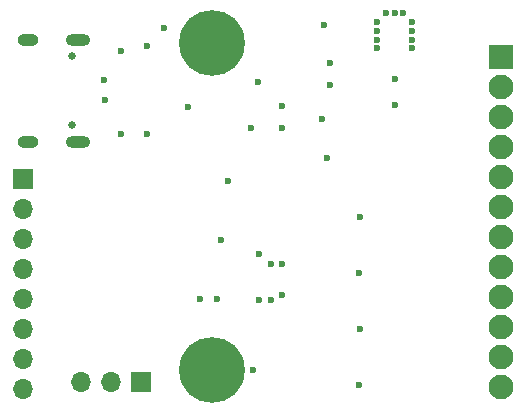
<source format=gbr>
%TF.GenerationSoftware,KiCad,Pcbnew,8.0.5*%
%TF.CreationDate,2024-10-20T23:26:53-04:00*%
%TF.ProjectId,Sequencer,53657175-656e-4636-9572-2e6b69636164,rev?*%
%TF.SameCoordinates,Original*%
%TF.FileFunction,Soldermask,Bot*%
%TF.FilePolarity,Negative*%
%FSLAX46Y46*%
G04 Gerber Fmt 4.6, Leading zero omitted, Abs format (unit mm)*
G04 Created by KiCad (PCBNEW 8.0.5) date 2024-10-20 23:26:53*
%MOMM*%
%LPD*%
G01*
G04 APERTURE LIST*
%ADD10C,0.650000*%
%ADD11O,2.100000X1.000000*%
%ADD12O,1.800000X1.000000*%
%ADD13R,1.700000X1.700000*%
%ADD14O,1.700000X1.700000*%
%ADD15C,2.100000*%
%ADD16R,2.100000X2.100000*%
%ADD17C,0.600000*%
%ADD18C,5.560000*%
G04 APERTURE END LIST*
D10*
%TO.C,J3*%
X139180000Y-53930000D03*
X139180000Y-59710000D03*
D11*
X139700000Y-52500000D03*
D12*
X135500000Y-52500000D03*
D11*
X139700000Y-61140000D03*
D12*
X135500000Y-61140000D03*
%TD*%
D13*
%TO.C,J4*%
X135000000Y-64260000D03*
D14*
X135000000Y-66800000D03*
X135000000Y-69340000D03*
X135000000Y-71880000D03*
X135000000Y-74420000D03*
X135000000Y-76960000D03*
X135000000Y-79500000D03*
X135000000Y-82040000D03*
%TD*%
D13*
%TO.C,J2*%
X145000000Y-81500000D03*
D14*
X142460000Y-81500000D03*
X139920000Y-81500000D03*
%TD*%
D15*
%TO.C,J1*%
X175500000Y-81940000D03*
X175500000Y-79400000D03*
X175500000Y-76860000D03*
X175500000Y-74320000D03*
X175500000Y-71780000D03*
X175500000Y-69240000D03*
X175500000Y-66700000D03*
X175500000Y-64160000D03*
X175500000Y-61620000D03*
X175500000Y-59080000D03*
X175500000Y-56540000D03*
D16*
X175500000Y-54000000D03*
%TD*%
D17*
X145500000Y-60500000D03*
X163600000Y-67500000D03*
X166500000Y-50250000D03*
X165000000Y-51000000D03*
X160750000Y-62500000D03*
X168000000Y-51000000D03*
X151760960Y-69454280D03*
X154500000Y-80500000D03*
X168000000Y-53250000D03*
X143325000Y-60500000D03*
X163600000Y-77000000D03*
X145500000Y-53000000D03*
X166500000Y-55850626D03*
X160376814Y-59209314D03*
X166500000Y-58000000D03*
X149000000Y-58225000D03*
X152425000Y-64500000D03*
X165000000Y-51750000D03*
D18*
X151000000Y-80500000D03*
D17*
X165000000Y-52500000D03*
X163505000Y-72250000D03*
X160500000Y-51250000D03*
X147000000Y-51500000D03*
X165750000Y-50250000D03*
X168000000Y-52500000D03*
X168000000Y-51750000D03*
X165000000Y-53250000D03*
X163500000Y-81750000D03*
X167250000Y-50250000D03*
X143325000Y-53500000D03*
D18*
X151000000Y-52750000D03*
D17*
X154366600Y-60000000D03*
X157000000Y-60000000D03*
X156000000Y-74576200D03*
X156000000Y-71473800D03*
X161011814Y-56357200D03*
X161011814Y-54500000D03*
X154891987Y-56051301D03*
X157000000Y-58159314D03*
X141944069Y-57624461D03*
X141919608Y-55900000D03*
X157000000Y-74131000D03*
X157000000Y-71473800D03*
X150000000Y-74500000D03*
X151500000Y-74500000D03*
X155017565Y-74576200D03*
X155017565Y-70667565D03*
M02*

</source>
